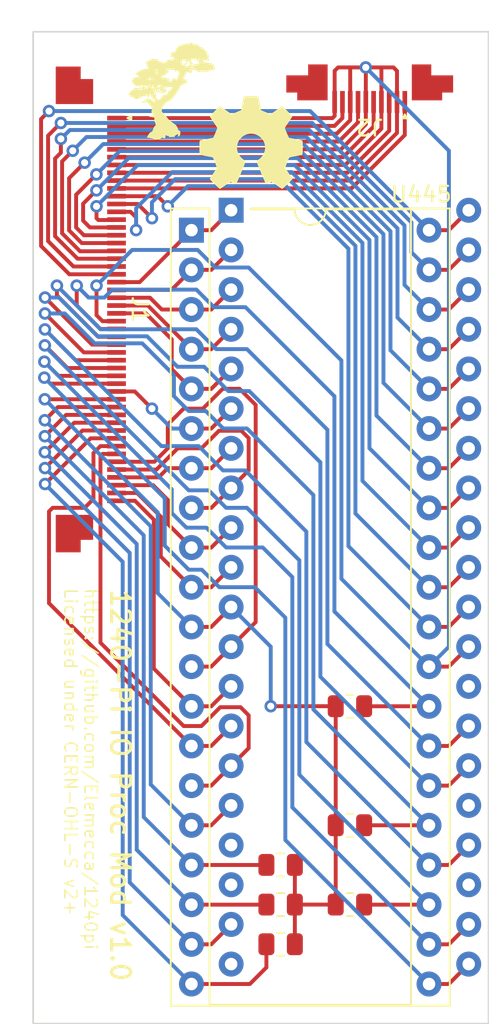
<source format=kicad_pcb>
(kicad_pcb (version 20211014) (generator pcbnew)
  (title_block (title "1240-Pi I/O Processor Mod") (date "2022-05-21") (rev "1.0") (company "© 2022 Sam Hanes, licensed under CERN-OHL-S v2+") (comment 1 "https://github.com/Elemecca/1240pi"))
  (layers (0 "F.Cu" signal "Front") (31 "B.Cu" signal "Back") (34 "B.Paste" user) (35 "F.Paste" user) (36 "B.SilkS" user "B.Silkscreen") (37 "F.SilkS" user "F.Silkscreen") (38 "B.Mask" user) (39 "F.Mask" user) (44 "Edge.Cuts" user))
  (net 0 "")
  (net 1 "GND")
  (net 2 "+5V")
  (net 3 "/A11")
  (net 4 "/A10")
  (net 5 "/A12")
  (net 6 "/A9")
  (net 7 "/A13")
  (net 8 "/A8")
  (net 9 "/A14")
  (net 10 "/A7")
  (net 11 "/A15")
  (net 12 "/A6")
  (net 13 "/D4")
  (net 14 "/A5")
  (net 15 "/D3")
  (net 16 "/A4")
  (net 17 "/D5")
  (net 18 "/A3")
  (net 19 "/D6")
  (net 20 "/A2")
  (net 21 "/D2")
  (net 22 "/A1")
  (net 23 "/D7")
  (net 24 "/A0")
  (net 25 "/D0")
  (net 26 "/~{RESET}")
  (net 27 "/D1")
  (net 28 "/~{WAIT}")
  (net 29 "/~{INT}")
  (net 30 "/~{WR}")
  (net 31 "/~{MREQ}")
  (net 32 "/~{RD}")
  (net 33 "/~{VDRIVE}")
  (net 34 "/~{CLK}")
  (net 35 "/~{NMI}")
  (net 36 "/~{HALT}")
  (net 37 "/~{IORQ}")
  (net 38 "/~{BUSACK}")
  (net 39 "/~{BUSRQ}")
  (net 40 "/~{M1}")
  (net 41 "/~{RFSH}")
  (net 42 "/~{HDRIVE}")
  (net 43 "/VIDEO")
  (net 44 "/PIX_CLK")
  (net 45 "/~{EXT_EN}")
  (footprint "Resistor_SMD:R_0805_2012Metric" (layer "F.Cu") (at 150.495 99.06)
    (fp_text reference "R4" hide)
    (fp_text value "10k" hide)
  )
  (footprint "Package_DIP:DIP-40_W15.24mm_Socket" (layer "F.Cu") (at 144.775 53.345)
    (fp_text reference "U445")
    (fp_text value "Z80" hide)
  )
  (footprint "Package_DIP:DIP-40_W15.24mm" (layer "F.Cu") (at 147.319996 52.07)
    (fp_text reference "P445" hide)
    (fp_text value "Header" hide)
  )
  (footprint "Resistor_SMD:R_0805_2012Metric" (layer "F.Cu") (at 154.94 91.44 180)
    (fp_text reference "R5" hide)
    (fp_text value "10k" hide)
  )
  (footprint "0Local:Symbol_Bonsai_6.7mm" (layer "F.Cu") (at 143.51 44.45)
    (fp_text reference "G***" hide)
    (fp_text value "LOGO" hide)
  )
  (footprint "Resistor_SMD:R_0805_2012Metric" (layer "F.Cu") (at 150.495 93.98)
    (fp_text reference "R1" hide)
    (fp_text value "10k" hide)
  )
  (footprint "Symbol:OSHW-Symbol_6.7x6mm_SilkScreen" (layer "F.Cu") (at 148.59 47.752)
    (fp_text reference "REF**" hide)
    (fp_text value "OSHW-Symbol_6.7x6mm_SilkScreen" hide)
  )
  (footprint "Resistor_SMD:R_0805_2012Metric" (layer "F.Cu") (at 150.495 96.52)
    (fp_text reference "R3" hide)
    (fp_text value "10k" hide)
  )
  (footprint "Resistor_SMD:R_0805_2012Metric" (layer "F.Cu") (at 154.94 96.52 180)
    (fp_text reference "R6" hide)
    (fp_text value "10k" hide)
  )
  (footprint "Resistor_SMD:R_0805_2012Metric" (layer "F.Cu") (at 154.94 83.82 180)
    (fp_text reference "R2" hide)
    (fp_text value "10k" hide)
  )
  (footprint "0Local:Amphenol_SFV10R-1ST" (layer "F.Cu") (at 156.21 43.434 180)
    (fp_text reference "J2")
    (fp_text value "SFV10R-1ST")
  )
  (footprint "0Local:Amphenol_62684-50210" (layer "F.Cu") (at 137.668 58.42 -90)
    (fp_text reference "J1")
    (fp_text value "62684-50210")
  )
  (gr_rect (start 134.62 40.64) (end 163.83 104.14) (layer "Edge.Cuts") (width 0.1) (fill none))
  (gr_text "1240-Pi IO Proc Mod v${REVISION}" (at 140.208 76.2 270) (layer "F.SilkS") (effects (font (size 1.2192 1.2192) (thickness 0.2032)) (justify left)))
  (gr_text "https://github.com/Elemecca/1240pi\nLicensed under CERN-OHL-S v2+" (at 137.668 76.2 -90) (layer "F.SilkS") (effects (font (size 0.8 0.8) (thickness 0.1)) (justify left)))
  (segment (start 154.363665 48.17) (end 139.968 48.17) (width 0.25) (layer "F.Cu") (net 1))
  (segment (start 157.96 47.116533) (end 154.906533 50.17) (width 0.25) (layer "F.Cu") (net 1))
  (segment (start 155.96 45.134) (end 155.96 46.573665) (width 0.25) (layer "F.Cu") (net 1))
  (segment (start 157.734 42.926) (end 156.96 42.926) (width 0.25) (layer "F.Cu") (net 1))
  (segment (start 153.96 45.134) (end 153.96 46.030793) (width 0.25) (layer "F.Cu") (net 1))
  (segment (start 156.96 45.134) (end 156.96 46.845099) (width 0.25) (layer "F.Cu") (net 1))
  (segment (start 154.96 42.946) (end 154.94 42.926) (width 0.25) (layer "F.Cu") (net 1))
  (segment (start 156.96 45.134) (end 156.96 42.926) (width 0.25) (layer "F.Cu") (net 1))
  (segment (start 153.96 45.134) (end 153.96 43.144) (width 0.25) (layer "F.Cu") (net 1))
  (segment (start 154.635099 49.17) (end 139.968 49.17) (width 0.25) (layer "F.Cu") (net 1))
  (segment (start 154.906533 50.17) (end 139.968 50.17) (width 0.25) (layer "F.Cu") (net 1))
  (segment (start 160.015 81.285) (end 161.284996 81.285) (width 0.25) (layer "F.Cu") (net 1))
  (segment (start 155.96 45.134) (end 155.96 42.93) (width 0.25) (layer "F.Cu") (net 1))
  (segment (start 139.068978 59.17) (end 139.968 59.17) (width 0.25) (layer "F.Cu") (net 1))
  (segment (start 156.96 42.926) (end 155.956 42.926) (width 0.25) (layer "F.Cu") (net 1))
  (segment (start 161.284996 81.285) (end 162.559996 80.01) (width 0.25) (layer "F.Cu") (net 1))
  (segment (start 139.968 47.17) (end 154.092229 47.17) (width 0.25) (layer "F.Cu") (net 1))
  (segment (start 155.96 46.573665) (end 154.363665 48.17) (width 0.25) (layer "F.Cu") (net 1))
  (segment (start 153.96 43.144) (end 154.178 42.926) (width 0.25) (layer "F.Cu") (net 1))
  (segment (start 157.96 43.152) (end 157.734 42.926) (width 0.25) (layer "F.Cu") (net 1))
  (segment (start 154.96 46.302229) (end 154.96 45.134) (width 0.25) (layer "F.Cu") (net 1))
  (segment (start 138.684 56.896) (end 138.684 58.785022) (width 0.25) (layer "F.Cu") (net 1))
  (segment (start 153.820793 46.17) (end 139.968 46.17) (width 0.25) (layer "F.Cu") (net 1))
  (segment (start 156.96 46.845099) (end 154.635099 49.17) (width 0.25) (layer "F.Cu") (net 1))
  (segment (start 157.96 45.134) (end 157.96 47.116533) (width 0.25) (layer "F.Cu") (net 1))
  (segment (start 157.96 45.134) (end 157.96 43.152) (width 0.25) (layer "F.Cu") (net 1))
  (segment (start 154.96 45.134) (end 154.96 42.946) (width 0.25) (layer "F.Cu") (net 1))
  (segment (start 138.684 58.785022) (end 139.068978 59.17) (width 0.25) (layer "F.Cu") (net 1))
  (segment (start 155.96 42.93) (end 155.956 42.926) (width 0.25) (layer "F.Cu") (net 1))
  (segment (start 153.96 46.030793) (end 153.820793 46.17) (width 0.25) (layer "F.Cu") (net 1))
  (segment (start 154.092229 47.17) (end 154.96 46.302229) (width 0.25) (layer "F.Cu") (net 1))
  (segment (start 154.178 42.926) (end 154.94 42.926) (width 0.25) (layer "F.Cu") (net 1))
  (segment (start 154.94 42.926) (end 155.956 42.926) (width 0.25) (layer "F.Cu") (net 1))
  (via (at 138.684 56.896) (size 0.8) (drill 0.45) (layers "F.Cu" "B.Cu") (net 1))
  (via (at 155.956 42.926) (size 0.8) (drill 0.45) (layers "F.Cu" "B.Cu") (net 1))
  (segment (start 154.395289 75.665289) (end 154.395289 61.685289) (width 0.25) (layer "B.Cu") (net 1))
  (segment (start 161.29 48.26) (end 161.29 80.01) (width 0.25) (layer "B.Cu") (net 1))
  (segment (start 148.444511 55.734511) (end 146.299 55.734511) (width 0.25) (layer "B.Cu") (net 1))
  (segment (start 146.299 55.734511) (end 145.174489 54.61) (width 0.25) (layer "B.Cu") (net 1))
  (segment (start 155.956 42.926) (end 161.29 48.26) (width 0.25) (layer "B.Cu") (net 1))
  (segment (start 140.97 54.61) (end 138.684 56.896) (width 0.25) (layer "B.Cu") (net 1))
  (segment (start 154.395289 61.685289) (end 148.444511 55.734511) (width 0.25) (layer "B.Cu") (net 1))
  (segment (start 161.29 80.01) (end 160.015 81.285) (width 0.25) (layer "B.Cu") (net 1))
  (segment (start 145.174489 54.61) (end 140.97 54.61) (width 0.25) (layer "B.Cu") (net 1))
  (segment (start 160.015 81.285) (end 154.395289 75.665289) (width 0.25) (layer "B.Cu") (net 1))
  (segment (start 154.0275 96.52) (end 154.0275 91.44) (width 0.25) (layer "F.Cu") (net 2))
  (segment (start 154.0275 91.44) (end 154.0275 83.82) (width 0.25) (layer "F.Cu") (net 2))
  (segment (start 151.4075 96.52) (end 154.0275 96.52) (width 0.25) (layer "F.Cu") (net 2))
  (segment (start 154.0275 83.82) (end 149.86 83.82) (width 0.25) (layer "F.Cu") (net 2))
  (segment (start 151.4075 99.06) (end 151.4075 93.98) (width 0.25) (layer "F.Cu") (net 2))
  (segment (start 146.044996 78.745) (end 147.319996 77.47) (width 0.25) (layer "F.Cu") (net 2))
  (segment (start 135.364169 64.170001) (end 139.968 64.17) (width 0.25) (layer "F.Cu") (net 2))
  (segment (start 144.775 78.745) (end 146.044996 78.745) (width 0.25) (layer "F.Cu") (net 2))
  (via (at 149.86 83.82) (size 0.8) (drill 0.45) (layers "F.Cu" "B.Cu") (net 2))
  (via (at 135.364169 64.170001) (size 0.8) (drill 0.45) (layers "F.Cu" "B.Cu") (net 2))
  (segment (start 135.364169 64.170001) (end 142.61096 71.416792) (width 0.25) (layer "B.Cu") (net 2))
  (segment (start 147.319996 77.47) (end 149.86 80.010004) (width 0.25) (layer "B.Cu") (net 2))
  (segment (start 142.61096 71.416792) (end 142.61096 76.58096) (width 0.25) (layer "B.Cu") (net 2))
  (segment (start 142.61096 76.58096) (end 144.775 78.745) (width 0.25) (layer "B.Cu") (net 2))
  (segment (start 149.86 80.010004) (end 149.86 83.82) (width 0.25) (layer "B.Cu") (net 2))
  (segment (start 146.044996 53.345) (end 147.319996 52.07) (width 0.25) (layer "F.Cu") (net 3))
  (segment (start 139.968 56.67) (end 141.45 56.67) (width 0.25) (layer "F.Cu") (net 3))
  (segment (start 144.775 53.345) (end 146.044996 53.345) (width 0.25) (layer "F.Cu") (net 3))
  (segment (start 141.45 56.67) (end 144.775 53.345) (width 0.25) (layer "F.Cu") (net 3))
  (segment (start 161.284996 53.345) (end 162.559996 52.07) (width 0.25) (layer "F.Cu") (net 4))
  (segment (start 135.128 54.356) (end 136.942 56.17) (width 0.25) (layer "F.Cu") (net 4))
  (segment (start 135.128 46.228) (end 135.128 54.356) (width 0.25) (layer "F.Cu") (net 4))
  (segment (start 135.636 45.72) (end 135.128 46.228) (width 0.25) (layer "F.Cu") (net 4))
  (segment (start 160.015 53.345) (end 161.284996 53.345) (width 0.25) (layer "F.Cu") (net 4))
  (segment (start 136.942 56.17) (end 139.968 56.17) (width 0.25) (layer "F.Cu") (net 4))
  (via (at 135.636 45.72) (size 0.8) (drill 0.45) (layers "F.Cu" "B.Cu") (net 4))
  (segment (start 135.636 45.72) (end 152.39 45.72) (width 0.25) (layer "B.Cu") (net 4))
  (segment (start 152.39 45.72) (end 160.015 53.345) (width 0.25) (layer "B.Cu") (net 4))
  (segment (start 146.044996 55.885) (end 147.319996 54.61) (width 0.25) (layer "F.Cu") (net 5))
  (segment (start 139.968 57.17) (end 143.49 57.17) (width 0.25) (layer "F.Cu") (net 5))
  (segment (start 143.49 57.17) (end 144.775 55.885) (width 0.25) (layer "F.Cu") (net 5))
  (segment (start 144.775 55.885) (end 146.044996 55.885) (width 0.25) (layer "F.Cu") (net 5))
  (segment (start 136.389386 46.482) (end 135.57752 47.293866) (width 0.25) (layer "F.Cu") (net 6))
  (segment (start 135.57752 47.293866) (end 135.57752 54.04352) (width 0.25) (layer "F.Cu") (net 6))
  (segment (start 137.204 55.67) (end 139.968 55.67) (width 0.25) (layer "F.Cu") (net 6))
  (segment (start 160.015 55.885) (end 161.284996 55.885) (width 0.25) (layer "F.Cu") (net 6))
  (segment (start 136.398 46.482) (end 136.389386 46.482) (width 0.25) (layer "F.Cu") (net 6))
  (segment (start 135.57752 54.04352) (end 137.204 55.67) (width 0.25) (layer "F.Cu") (net 6))
  (segment (start 161.284996 55.885) (end 162.559996 54.61) (width 0.25) (layer "F.Cu") (net 6))
  (via (at 136.398 46.482) (size 0.8) (drill 0.45) (layers "F.Cu" "B.Cu") (net 6))
  (segment (start 136.398 46.482) (end 152.516282 46.482) (width 0.25) (layer "B.Cu") (net 6))
  (segment (start 158.890489 54.760489) (end 160.015 55.885) (width 0.25) (layer "B.Cu") (net 6))
  (segment (start 152.516282 46.482) (end 158.890489 52.856207) (width 0.25) (layer "B.Cu") (net 6))
  (segment (start 158.890489 52.856207) (end 158.890489 54.760489) (width 0.25) (layer "B.Cu") (net 6))
  (segment (start 142.870718 58.425) (end 144.775 58.425) (width 0.25) (layer "F.Cu") (net 7))
  (segment (start 144.775 58.425) (end 146.044996 58.425) (width 0.25) (layer "F.Cu") (net 7))
  (segment (start 142.115718 57.67) (end 142.870718 58.425) (width 0.25) (layer "F.Cu") (net 7))
  (segment (start 139.968 57.67) (end 142.115718 57.67) (width 0.25) (layer "F.Cu") (net 7))
  (segment (start 146.044996 58.425) (end 147.319996 57.15) (width 0.25) (layer "F.Cu") (net 7))
  (segment (start 136.02704 48.757243) (end 136.02704 53.73104) (width 0.25) (layer "F.Cu") (net 8))
  (segment (start 136.02704 53.73104) (end 137.466 55.17) (width 0.25) (layer "F.Cu") (net 8))
  (segment (start 161.284996 58.425) (end 162.559996 57.15) (width 0.25) (layer "F.Cu") (net 8))
  (segment (start 136.398 48.386282) (end 136.02704 48.757243) (width 0.25) (layer "F.Cu") (net 8))
  (segment (start 160.015 58.425) (end 161.284996 58.425) (width 0.25) (layer "F.Cu") (net 8))
  (segment (start 136.398 47.498) (end 136.398 48.386282) (width 0.25) (layer "F.Cu") (net 8))
  (segment (start 137.466 55.17) (end 139.968 55.17) (width 0.25) (layer "F.Cu") (net 8))
  (via (at 136.398 47.498) (size 0.8) (drill 0.45) (layers "F.Cu" "B.Cu") (net 8))
  (segment (start 152.330084 46.93152) (end 158.440969 53.042405) (width 0.25) (layer "B.Cu") (net 8))
  (segment (start 158.440969 53.042405) (end 158.440969 56.850969) (width 0.25) (layer "B.Cu") (net 8))
  (segment (start 136.973094 46.93152) (end 152.330084 46.93152) (width 0.25) (layer "B.Cu") (net 8))
  (segment (start 136.698103 47.206511) (end 136.973094 46.93152) (width 0.25) (layer "B.Cu") (net 8))
  (segment (start 158.440969 56.850969) (end 160.015 58.425) (width 0.25) (layer "B.Cu") (net 8))
  (segment (start 136.398 47.498) (end 136.689489 47.206511) (width 0.25) (layer "B.Cu") (net 8))
  (segment (start 136.689489 47.206511) (end 136.698103 47.206511) (width 0.25) (layer "B.Cu") (net 8))
  (segment (start 146.044996 60.965) (end 147.319996 59.69) (width 0.25) (layer "F.Cu") (net 9))
  (segment (start 141.98 58.17) (end 144.775 60.965) (width 0.25) (layer "F.Cu") (net 9))
  (segment (start 144.775 60.965) (end 146.044996 60.965) (width 0.25) (layer "F.Cu") (net 9))
  (segment (start 139.968 58.17) (end 141.98 58.17) (width 0.25) (layer "F.Cu") (net 9))
  (segment (start 136.47656 53.544842) (end 137.627207 54.695489) (width 0.25) (layer "F.Cu") (net 10))
  (segment (start 160.015 60.965) (end 161.284996 60.965) (width 0.25) (layer "F.Cu") (net 10))
  (segment (start 136.47656 48.94344) (end 136.47656 53.544842) (width 0.25) (layer "F.Cu") (net 10))
  (segment (start 161.284996 60.965) (end 162.559996 59.69) (width 0.25) (layer "F.Cu") (net 10))
  (segment (start 137.627207 54.695489) (end 140.208 54.695489) (width 0.25) (layer "F.Cu") (net 10))
  (segment (start 137.16 48.26) (end 136.47656 48.94344) (width 0.25) (layer "F.Cu") (net 10))
  (via (at 137.16 48.26) (size 0.8) (drill 0.45) (layers "F.Cu" "B.Cu") (net 10))
  (segment (start 138.03896 47.38104) (end 152.143886 47.38104) (width 0.25) (layer "B.Cu") (net 10))
  (segment (start 157.991449 53.228603) (end 157.991449 58.941449) (width 0.25) (layer "B.Cu") (net 10))
  (segment (start 157.991449 58.941449) (end 160.015 60.965) (width 0.25) (layer "B.Cu") (net 10))
  (segment (start 137.16 48.26) (end 138.03896 47.38104) (width 0.25) (layer "B.Cu") (net 10))
  (segment (start 152.143886 47.38104) (end 157.991449 53.228603) (width 0.25) (layer "B.Cu") (net 10))
  (segment (start 146.044996 63.505) (end 147.319996 62.23) (width 0.25) (layer "F.Cu") (net 11))
  (segment (start 143.51 62.24) (end 143.51 60.335718) (width 0.25) (layer "F.Cu") (net 11))
  (segment (start 143.51 60.335718) (end 141.844282 58.67) (width 0.25) (layer "F.Cu") (net 11))
  (segment (start 144.775 63.505) (end 146.044996 63.505) (width 0.25) (layer "F.Cu") (net 11))
  (segment (start 141.844282 58.67) (end 139.968 58.67) (width 0.25) (layer "F.Cu") (net 11))
  (segment (start 144.775 63.505) (end 143.51 62.24) (width 0.25) (layer "F.Cu") (net 11))
  (segment (start 136.92608 50.01792) (end 136.92608 53.358644) (width 0.25) (layer "F.Cu") (net 12))
  (segment (start 161.284996 63.505) (end 162.559996 62.23) (width 0.25) (layer "F.Cu") (net 12))
  (segment (start 160.015 63.505) (end 161.284996 63.505) (width 0.25) (layer "F.Cu") (net 12))
  (segment (start 137.922 49.022) (end 136.92608 50.01792) (width 0.25) (layer "F.Cu") (net 12))
  (segment (start 137.737436 54.17) (end 139.968 54.17) (width 0.25) (layer "F.Cu") (net 12))
  (segment (start 136.92608 53.358644) (end 137.737436 54.17) (width 0.25) (layer "F.Cu") (net 12))
  (via (at 137.922 49.022) (size 0.8) (drill 0.45) (layers "F.Cu" "B.Cu") (net 12))
  (segment (start 157.541929 53.414801) (end 157.541929 61.031929) (width 0.25) (layer "B.Cu") (net 12))
  (segment (start 151.957688 47.83056) (end 157.541929 53.414801) (width 0.25) (layer "B.Cu") (net 12))
  (segment (start 139.11344 47.83056) (end 151.957688 47.83056) (width 0.25) (layer "B.Cu") (net 12))
  (segment (start 137.922 49.022) (end 139.11344 47.83056) (width 0.25) (layer "B.Cu") (net 12))
  (segment (start 157.541929 61.031929) (end 160.015 63.505) (width 0.25) (layer "B.Cu") (net 12))
  (segment (start 144.775 68.585) (end 144.77 68.58) (width 0.25) (layer "F.Cu") (net 13))
  (segment (start 146.044996 68.585) (end 147.319996 67.31) (width 0.25) (layer "F.Cu") (net 13))
  (segment (start 143.256718 68.58) (end 142.666718 69.17) (width 0.25) (layer "F.Cu") (net 13))
  (segment (start 144.775 68.585) (end 146.044996 68.585) (width 0.25) (layer "F.Cu") (net 13))
  (segment (start 142.666718 69.17) (end 139.968 69.17) (width 0.25) (layer "F.Cu") (net 13))
  (segment (start 144.77 68.58) (end 143.256718 68.58) (width 0.25) (layer "F.Cu") (net 13))
  (segment (start 138.675494 49.775347) (end 138.675441 49.775347) (width 0.25) (layer "F.Cu") (net 14))
  (segment (start 137.3756 51.075188) (end 137.3756 53.172446) (width 0.25) (layer "F.Cu") (net 14))
  (segment (start 161.284996 66.045) (end 162.559996 64.77) (width 0.25) (layer "F.Cu") (net 14))
  (segment (start 137.873154 53.67) (end 139.968 53.67) (width 0.25) (layer "F.Cu") (net 14))
  (segment (start 138.675441 49.775347) (end 137.3756 51.075188) (width 0.25) (layer "F.Cu") (net 14))
  (segment (start 160.015 66.045) (end 161.284996 66.045) (width 0.25) (layer "F.Cu") (net 14))
  (segment (start 137.3756 53.172446) (end 137.873154 53.67) (width 0.25) (layer "F.Cu") (net 14))
  (via (at 138.675494 49.775347) (size 0.8) (drill 0.45) (layers "F.Cu" "B.Cu") (net 14))
  (segment (start 157.092409 53.600999) (end 157.092409 63.122409) (width 0.25) (layer "B.Cu") (net 14))
  (segment (start 140.170761 48.28008) (end 151.77149 48.28008) (width 0.25) (layer "B.Cu") (net 14))
  (segment (start 138.675494 49.775347) (end 140.170761 48.28008) (width 0.25) (layer "B.Cu") (net 14))
  (segment (start 157.092409 63.122409) (end 160.015 66.045) (width 0.25) (layer "B.Cu") (net 14))
  (segment (start 151.77149 48.28008) (end 157.092409 53.600999) (width 0.25) (layer "B.Cu") (net 14))
  (segment (start 148.444507 68.725489) (end 148.444507 66.656507) (width 0.25) (layer "F.Cu") (net 15))
  (segment (start 147.319996 69.85) (end 148.444507 68.725489) (width 0.25) (layer "F.Cu") (net 15))
  (segment (start 148.444507 66.656507) (end 147.973489 66.185489) (width 0.25) (layer "F.Cu") (net 15))
  (segment (start 142.531 68.67) (end 139.968 68.67) (width 0.25) (layer "F.Cu") (net 15))
  (segment (start 146.044996 71.125) (end 147.319996 69.85) (width 0.25) (layer "F.Cu") (net 15))
  (segment (start 147.973489 66.185489) (end 146.540225 66.185489) (width 0.25) (layer "F.Cu") (net 15))
  (segment (start 145.415714 67.31) (end 143.891 67.31) (width 0.25) (layer "F.Cu") (net 15))
  (segment (start 144.775 71.125) (end 146.044996 71.125) (width 0.25) (layer "F.Cu") (net 15))
  (segment (start 143.891 67.31) (end 142.531 68.67) (width 0.25) (layer "F.Cu") (net 15))
  (segment (start 146.540225 66.185489) (end 145.415714 67.31) (width 0.25) (layer "F.Cu") (net 15))
  (segment (start 138.26 53.17) (end 139.968 53.17) (width 0.25) (layer "F.Cu") (net 16))
  (segment (start 137.82512 51.650282) (end 137.82512 52.73512) (width 0.25) (layer "F.Cu") (net 16))
  (segment (start 138.679701 50.795701) (end 137.82512 51.650282) (width 0.25) (layer "F.Cu") (net 16))
  (segment (start 160.015 68.585) (end 161.284996 68.585) (width 0.25) (layer "F.Cu") (net 16))
  (segment (start 161.284996 68.585) (end 162.559996 67.31) (width 0.25) (layer "F.Cu") (net 16))
  (segment (start 137.82512 52.73512) (end 138.26 53.17) (width 0.25) (layer "F.Cu") (net 16))
  (via (at 138.679701 50.795701) (size 0.8) (drill 0.45) (layers "F.Cu" "B.Cu") (net 16))
  (segment (start 138.975544 50.499858) (end 138.975597 50.499858) (width 0.25) (layer "B.Cu") (net 16))
  (segment (start 151.585292 48.7296) (end 156.642889 53.787197) (width 0.25) (layer "B.Cu") (net 16))
  (segment (start 140.745855 48.7296) (end 151.585292 48.7296) (width 0.25) (layer "B.Cu") (net 16))
  (segment (start 138.975597 50.499858) (end 140.745855 48.7296) (width 0.25) (layer "B.Cu") (net 16))
  (segment (start 138.679701 50.795701) (end 138.975544 50.499858) (width 0.25) (layer "B.Cu") (net 16))
  (segment (start 156.642889 65.212889) (end 160.015 68.585) (width 0.25) (layer "B.Cu") (net 16))
  (segment (start 156.642889 53.787197) (end 156.642889 65.212889) (width 0.25) (layer "B.Cu") (net 16))
  (segment (start 143.256 70.612) (end 142.314 69.67) (width 0.25) (layer "F.Cu") (net 17))
  (segment (start 144.775 73.665) (end 143.256 72.146) (width 0.25) (layer "F.Cu") (net 17))
  (segment (start 142.314 69.67) (end 139.968 69.67) (width 0.25) (layer "F.Cu") (net 17))
  (segment (start 144.775 73.665) (end 146.044996 73.665) (width 0.25) (layer "F.Cu") (net 17))
  (segment (start 143.256 72.146) (end 143.256 70.612) (width 0.25) (layer "F.Cu") (net 17))
  (segment (start 146.044996 73.665) (end 147.319996 72.39) (width 0.25) (layer "F.Cu") (net 17))
  (segment (start 161.284996 71.125) (end 162.559996 69.85) (width 0.25) (layer "F.Cu") (net 18))
  (segment (start 138.801489 52.695489) (end 139.942511 52.695489) (width 0.25) (layer "F.Cu") (net 18))
  (segment (start 138.684 52.578) (end 138.801489 52.695489) (width 0.25) (layer "F.Cu") (net 18))
  (segment (start 138.684 51.816) (end 138.684 52.578) (width 0.25) (layer "F.Cu") (net 18))
  (segment (start 160.015 71.125) (end 161.284996 71.125) (width 0.25) (layer "F.Cu") (net 18))
  (segment (start 139.942511 52.695489) (end 139.968 52.67) (width 0.25) (layer "F.Cu") (net 18))
  (via (at 138.684 51.816) (size 0.8) (drill 0.45) (layers "F.Cu" "B.Cu") (net 18))
  (segment (start 156.193369 53.973395) (end 156.193369 67.303369) (width 0.25) (layer "B.Cu") (net 18))
  (segment (start 138.684 51.816) (end 141.32088 49.17912) (width 0.25) (layer "B.Cu") (net 18))
  (segment (start 156.193369 67.303369) (end 160.015 71.125) (width 0.25) (layer "B.Cu") (net 18))
  (segment (start 151.399094 49.17912) (end 156.193369 53.973395) (width 0.25) (layer "B.Cu") (net 18))
  (segment (start 141.32088 49.17912) (end 151.399094 49.17912) (width 0.25) (layer "B.Cu") (net 18))
  (segment (start 141.29 70.17) (end 139.968 70.17) (width 0.25) (layer "F.Cu") (net 19))
  (segment (start 142.80648 71.68648) (end 141.29 70.17) (width 0.25) (layer "F.Cu") (net 19))
  (segment (start 146.044996 76.205) (end 147.319996 74.93) (width 0.25) (layer "F.Cu") (net 19))
  (segment (start 142.80648 74.23648) (end 142.80648 71.68648) (width 0.25) (layer "F.Cu") (net 19))
  (segment (start 144.775 76.205) (end 146.044996 76.205) (width 0.25) (layer "F.Cu") (net 19))
  (segment (start 144.775 76.205) (end 142.80648 74.23648) (width 0.25) (layer "F.Cu") (net 19))
  (segment (start 160.015 73.665) (end 161.284996 73.665) (width 0.25) (layer "F.Cu") (net 20))
  (segment (start 140.867022 52.17) (end 139.968 52.17) (width 0.25) (layer "F.Cu") (net 20))
  (segment (start 161.284996 73.665) (end 162.559996 72.39) (width 0.25) (layer "F.Cu") (net 20))
  (segment (start 141.224 52.526978) (end 140.867022 52.17) (width 0.25) (layer "F.Cu") (net 20))
  (segment (start 141.224 53.34) (end 141.224 52.526978) (width 0.25) (layer "F.Cu") (net 20))
  (via (at 141.224 53.34) (size 0.8) (drill 0.45) (layers "F.Cu" "B.Cu") (net 20))
  (segment (start 141.224 51.942282) (end 141.224 53.34) (width 0.25) (layer "B.Cu") (net 20))
  (segment (start 160.015 73.665) (end 155.743849 69.393849) (width 0.25) (layer "B.Cu") (net 20))
  (segment (start 143.537642 49.62864) (end 141.224 51.942282) (width 0.25) (layer "B.Cu") (net 20))
  (segment (start 151.212896 49.62864) (end 143.537642 49.62864) (width 0.25) (layer "B.Cu") (net 20))
  (segment (start 155.743849 54.159593) (end 151.212896 49.62864) (width 0.25) (layer "B.Cu") (net 20))
  (segment (start 155.743849 69.393849) (end 155.743849 54.159593) (width 0.25) (layer "B.Cu") (net 20))
  (segment (start 144.272 64.77) (end 143.255641 65.786359) (width 0.25) (layer "F.Cu") (net 21))
  (segment (start 142.395282 68.17) (end 139.968 68.17) (width 0.25) (layer "F.Cu") (net 21))
  (segment (start 143.255641 67.309641) (end 142.395282 68.17) (width 0.25) (layer "F.Cu") (net 21))
  (segment (start 147.319996 80.01) (end 148.894027 78.435969) (width 0.25) (layer "F.Cu") (net 21))
  (segment (start 147.861148 63.5) (end 146.778848 63.5) (width 0.25) (layer "F.Cu") (net 21))
  (segment (start 146.044996 81.285) (end 147.319996 80.01) (width 0.25) (layer "F.Cu") (net 21))
  (segment (start 143.255641 65.786359) (end 143.255641 67.309641) (width 0.25) (layer "F.Cu") (net 21))
  (segment (start 144.775 81.285) (end 146.044996 81.285) (width 0.25) (layer "F.Cu") (net 21))
  (segment (start 148.894027 78.435969) (end 148.894027 64.532879) (width 0.25) (layer "F.Cu") (net 21))
  (segment (start 145.508848 64.77) (end 144.272 64.77) (width 0.25) (layer "F.Cu") (net 21))
  (segment (start 146.778848 63.5) (end 145.508848 64.77) (width 0.25) (layer "F.Cu") (net 21))
  (segment (start 148.894027 64.532879) (end 147.861148 63.5) (width 0.25) (layer "F.Cu") (net 21))
  (segment (start 139.968 51.67) (end 141.332 51.67) (width 0.25) (layer "F.Cu") (net 22))
  (segment (start 141.332 51.67) (end 142.24 52.578) (width 0.25) (layer "F.Cu") (net 22))
  (segment (start 161.284996 76.205) (end 162.559996 74.93) (width 0.25) (layer "F.Cu") (net 22))
  (segment (start 160.015 76.205) (end 161.284996 76.205) (width 0.25) (layer "F.Cu") (net 22))
  (via (at 142.24 52.578) (size 0.8) (drill 0.45) (layers "F.Cu" "B.Cu") (net 22))
  (segment (start 155.294329 54.345791) (end 151.026698 50.07816) (width 0.25) (layer "B.Cu") (net 22))
  (segment (start 143.72384 50.07816) (end 142.24 51.562) (width 0.25) (layer "B.Cu") (net 22))
  (segment (start 142.24 51.562) (end 142.24 52.578) (width 0.25) (layer "B.Cu") (net 22))
  (segment (start 151.026698 50.07816) (end 143.72384 50.07816) (width 0.25) (layer "B.Cu") (net 22))
  (segment (start 160.015 76.205) (end 155.294329 71.484329) (width 0.25) (layer "B.Cu") (net 22))
  (segment (start 155.294329 71.484329) (end 155.294329 54.345791) (width 0.25) (layer "B.Cu") (net 22))
  (segment (start 142.35696 81.40696) (end 142.35696 71.872678) (width 0.25) (layer "F.Cu") (net 23))
  (segment (start 144.775 83.825) (end 146.044996 83.825) (width 0.25) (layer "F.Cu") (net 23))
  (segment (start 144.775 83.825) (end 142.35696 81.40696) (width 0.25) (layer "F.Cu") (net 23))
  (segment (start 142.35696 71.872678) (end 141.154282 70.67) (width 0.25) (layer "F.Cu") (net 23))
  (segment (start 141.154282 70.67) (end 139.968 70.67) (width 0.25) (layer "F.Cu") (net 23))
  (segment (start 146.044996 83.825) (end 147.319996 82.55) (width 0.25) (layer "F.Cu") (net 23))
  (segment (start 160.015 78.745) (end 161.284996 78.745) (width 0.25) (layer "F.Cu") (net 24))
  (segment (start 142.61 51.17) (end 143.256 51.816) (width 0.25) (layer "F.Cu") (net 24))
  (segment (start 161.284996 78.745) (end 162.559996 77.47) (width 0.25) (layer "F.Cu") (net 24))
  (segment (start 139.968 51.17) (end 142.61 51.17) (width 0.25) (layer "F.Cu") (net 24))
  (via (at 143.256 51.816) (size 0.8) (drill 0.45) (layers "F.Cu" "B.Cu") (net 24))
  (segment (start 154.844809 73.574809) (end 154.844809 54.531989) (width 0.25) (layer "B.Cu") (net 24))
  (segment (start 154.844809 54.531989) (end 150.8405 50.52768) (width 0.25) (layer "B.Cu") (net 24))
  (segment (start 144.54432 50.52768) (end 143.256 51.816) (width 0.25) (layer "B.Cu") (net 24))
  (segment (start 150.8405 50.52768) (end 144.54432 50.52768) (width 0.25) (layer "B.Cu") (net 24))
  (segment (start 160.015 78.745) (end 154.844809 73.574809) (width 0.25) (layer "B.Cu") (net 24))
  (segment (start 146.044996 86.365) (end 147.319996 85.09) (width 0.25) (layer "F.Cu") (net 25))
  (segment (start 135.868978 71.12) (end 137.922 71.12) (width 0.25) (layer "F.Cu") (net 25))
  (segment (start 135.636 77.226) (end 135.636 71.352978) (width 0.25) (layer "F.Cu") (net 25))
  (segment (start 137.922 71.12) (end 138.48848 70.55352) (width 0.25) (layer "F.Cu") (net 25))
  (segment (start 144.775 86.365) (end 146.044996 86.365) (width 0.25) (layer "F.Cu") (net 25))
  (segment (start 144.775 86.365) (end 135.636 77.226) (width 0.25) (layer "F.Cu") (net 25))
  (segment (start 138.93326 67.17) (end 139.968 67.17) (width 0.25) (layer "F.Cu") (net 25))
  (segment (start 135.636 71.352978) (end 135.868978 71.12) (width 0.25) (layer "F.Cu") (net 25))
  (segment (start 138.48848 67.61478) (end 138.93326 67.17) (width 0.25) (layer "F.Cu") (net 25))
  (segment (start 138.48848 70.55352) (end 138.48848 67.61478) (width 0.25) (layer "F.Cu") (net 25))
  (segment (start 138.394 60.67) (end 135.382 57.658) (width 0.25) (layer "F.Cu") (net 26))
  (segment (start 160.015 88.905) (end 161.284996 88.905) (width 0.25) (layer "F.Cu") (net 26))
  (segment (start 139.968 60.67) (end 138.394 60.67) (width 0.25) (layer "F.Cu") (net 26))
  (segment (start 161.284996 88.905) (end 162.559996 87.63) (width 0.25) (layer "F.Cu") (net 26))
  (via (at 135.382 57.658) (size 0.8) (drill 0.45) (layers "F.Cu" "B.Cu") (net 26))
  (segment (start 145.589207 62.089511) (end 147.145185 63.645489) (width 0.25) (layer "B.Cu") (net 26))
  (segment (start 141.92752 60.13952) (end 143.877511 62.089511) (width 0.25) (layer "B.Cu") (net 26))
  (segment (start 153.046729 81.936729) (end 160.015 88.905) (width 0.25) (layer "B.Cu") (net 26))
  (segment (start 143.877511 62.089511) (end 145.589207 62.089511) (width 0.25) (layer "B.Cu") (net 26))
  (segment (start 136.270282 57.658) (end 138.751802 60.13952) (width 0.25) (layer "B.Cu") (net 26))
  (segment (start 147.145185 63.645489) (end 148.481489 63.645489) (width 0.25) (layer "B.Cu") (net 26))
  (segment (start 135.382 57.658) (end 136.270282 57.658) (width 0.25) (layer "B.Cu") (net 26))
  (segment (start 148.481489 63.645489) (end 153.046729 68.210729) (width 0.25) (layer "B.Cu") (net 26))
  (segment (start 153.046729 68.210729) (end 153.046729 81.936729) (width 0.25) (layer "B.Cu") (net 26))
  (segment (start 138.751802 60.13952) (end 141.92752 60.13952) (width 0.25) (layer "B.Cu") (net 26))
  (segment (start 139.068978 67.67) (end 139.968 67.67) (width 0.25) (layer "F.Cu") (net 27))
  (segment (start 144.775 88.905) (end 146.044996 88.905) (width 0.25) (layer "F.Cu") (net 27))
  (segment (start 145.415714 85.09) (end 144.272 85.09) (width 0.25) (layer "F.Cu") (net 27))
  (segment (start 146.044996 88.905) (end 147.319996 87.63) (width 0.25) (layer "F.Cu") (net 27))
  (segment (start 147.319996 87.63) (end 148.444507 86.505489) (width 0.25) (layer "F.Cu") (net 27))
  (segment (start 146.621857 83.883857) (end 145.415714 85.09) (width 0.25) (layer "F.Cu") (net 27))
  (segment (start 138.938 79.756) (end 138.938 67.800978) (width 0.25) (layer "F.Cu") (net 27))
  (segment (start 148.444507 84.403359) (end 147.925005 83.883857) (width 0.25) (layer "F.Cu") (net 27))
  (segment (start 138.938 67.800978) (end 139.068978 67.67) (width 0.25) (layer "F.Cu") (net 27))
  (segment (start 148.444507 86.505489) (end 148.444507 84.403359) (width 0.25) (layer "F.Cu") (net 27))
  (segment (start 147.925005 83.883857) (end 146.621857 83.883857) (width 0.25) (layer "F.Cu") (net 27))
  (segment (start 144.272 85.09) (end 138.938 79.756) (width 0.25) (layer "F.Cu") (net 27))
  (segment (start 139.968 61.67) (end 137.344804 61.67) (width 0.25) (layer "F.Cu") (net 28))
  (segment (start 137.344804 61.67) (end 135.373402 59.698598) (width 0.25) (layer "F.Cu") (net 28))
  (segment (start 160.015 93.985) (end 161.284996 93.985) (width 0.25) (layer "F.Cu") (net 28))
  (segment (start 161.284996 93.985) (end 162.559996 92.71) (width 0.25) (layer "F.Cu") (net 28))
  (via (at 135.373402 59.698598) (size 0.8) (drill 0.45) (layers "F.Cu" "B.Cu") (net 28))
  (segment (start 142.844315 67.169511) (end 145.240789 67.169511) (width 0.25) (layer "B.Cu") (net 28))
  (segment (start 146.796767 68.725489) (end 148.227489 68.725489) (width 0.25) (layer "B.Cu") (net 28))
  (segment (start 145.240789 67.169511) (end 146.796767 68.725489) (width 0.25) (layer "B.Cu") (net 28))
  (segment (start 152.146 72.644) (end 152.146 86.116) (width 0.25) (layer "B.Cu") (net 28))
  (segment (start 152.146 86.116) (end 160.015 93.985) (width 0.25) (layer "B.Cu") (net 28))
  (segment (start 148.227489 68.725489) (end 152.146 72.644) (width 0.25) (layer "B.Cu") (net 28))
  (segment (start 135.373402 59.698598) (end 142.844315 67.169511) (width 0.25) (layer "B.Cu") (net 28))
  (segment (start 144.775 91.445) (end 146.044996 91.445) (width 0.25) (layer "F.Cu") (net 29))
  (segment (start 146.044996 91.445) (end 147.319996 90.17) (width 0.25) (layer "F.Cu") (net 29))
  (segment (start 135.366243 65.513363) (end 136.209606 64.67) (width 0.25) (layer "F.Cu") (net 29))
  (segment (start 136.209606 64.67) (end 139.968 64.67) (width 0.25) (layer "F.Cu") (net 29))
  (via (at 135.366243 65.513363) (size 0.8) (drill 0.45) (layers "F.Cu" "B.Cu") (net 29))
  (segment (start 135.366243 65.513363) (end 135.663471 65.810591) (width 0.25) (layer "B.Cu") (net 29))
  (segment (start 142.16144 72.302826) (end 142.16144 88.83144) (width 0.25) (layer "B.Cu") (net 29))
  (segment (start 142.16144 88.83144) (end 144.775 91.445) (width 0.25) (layer "B.Cu") (net 29))
  (segment (start 135.663471 65.810591) (end 135.669205 65.810591) (width 0.25) (layer "B.Cu") (net 29))
  (segment (start 135.669205 65.810591) (end 142.16144 72.302826) (width 0.25) (layer "B.Cu") (net 29))
  (segment (start 139.968 62.67) (end 136.245102 62.67) (width 0.25) (layer "F.Cu") (net 30))
  (segment (start 161.284996 99.065) (end 162.559996 97.79) (width 0.25) (layer "F.Cu") (net 30))
  (segment (start 160.015 99.065) (end 161.284996 99.065) (width 0.25) (layer "F.Cu") (net 30))
  (segment (start 136.245102 62.67) (end 135.339551 61.764449) (width 0.25) (layer "F.Cu") (net 30))
  (via (at 135.339551 61.764449) (size 0.8) (drill 0.45) (layers "F.Cu" "B.Cu") (net 30))
  (segment (start 146.999696 73.66) (end 149.352 73.66) (width 0.25) (layer "B.Cu") (net 30))
  (segment (start 143.51 69.934898) (end 143.51 71.4503) (width 0.25) (layer "B.Cu") (net 30))
  (segment (start 135.339551 61.764449) (end 143.51 69.934898) (width 0.25) (layer "B.Cu") (net 30))
  (segment (start 144.4497 72.39) (end 145.729696 72.39) (width 0.25) (layer "B.Cu") (net 30))
  (segment (start 145.729696 72.39) (end 146.999696 73.66) (width 0.25) (layer "B.Cu") (net 30))
  (segment (start 149.352 73.66) (end 151.24696 75.55496) (width 0.25) (layer "B.Cu") (net 30))
  (segment (start 143.51 71.4503) (end 144.4497 72.39) (width 0.25) (layer "B.Cu") (net 30))
  (segment (start 151.24696 75.55496) (end 151.24696 90.29696) (width 0.25) (layer "B.Cu") (net 30))
  (segment (start 151.24696 90.29696) (end 160.015 99.065) (width 0.25) (layer "B.Cu") (net 30))
  (segment (start 146.044996 99.065) (end 147.319996 97.79) (width 0.25) (layer "F.Cu") (net 31))
  (segment (start 135.377701 68.575701) (end 137.783402 66.17) (width 0.25) (layer "F.Cu") (net 31))
  (segment (start 144.775 99.065) (end 146.044996 99.065) (width 0.25) (layer "F.Cu") (net 31))
  (segment (start 137.783402 66.17) (end 139.968 66.17) (width 0.25) (layer "F.Cu") (net 31))
  (via (at 135.377701 68.575701) (size 0.8) (drill 0.45) (layers "F.Cu" "B.Cu") (net 31))
  (segment (start 140.81288 74.002266) (end 140.81288 95.10288) (width 0.25) (layer "B.Cu") (net 31))
  (segment (start 140.81288 95.10288) (end 144.775 99.065) (width 0.25) (layer "B.Cu") (net 31))
  (segment (start 135.377701 68.575701) (end 135.673489 68.871489) (width 0.25) (layer "B.Cu") (net 31))
  (segment (start 135.673489 68.871489) (end 135.682103 68.871489) (width 0.25) (layer "B.Cu") (net 31))
  (segment (start 135.682103 68.871489) (end 140.81288 74.002266) (width 0.25) (layer "B.Cu") (net 31))
  (segment (start 135.720504 63.17) (end 139.968 63.17) (width 0.25) (layer "F.Cu") (net 32))
  (segment (start 161.284996 101.605) (end 162.559996 100.33) (width 0.25) (layer "F.Cu") (net 32))
  (segment (start 135.335252 62.784748) (end 135.720504 63.17) (width 0.25) (layer "F.Cu") (net 32))
  (segment (start 160.015 101.605) (end 161.284996 101.605) (width 0.25) (layer "F.Cu") (net 32))
  (via (at 135.335252 62.784748) (size 0.8) (drill 0.45) (layers "F.Cu" "B.Cu") (net 32))
  (segment (start 146.558 76.2) (end 148.844 76.2) (width 0.25) (layer "B.Cu") (net 32))
  (segment (start 150.79744 92.38744) (end 160.015 101.605) (width 0.25) (layer "B.Cu") (net 32))
  (segment (start 150.79744 78.15344) (end 150.79744 92.38744) (width 0.25) (layer "B.Cu") (net 32))
  (segment (start 148.844 76.2) (end 150.79744 78.15344) (width 0.25) (layer "B.Cu") (net 32))
  (segment (start 144.600189 75.080489) (end 145.438489 75.080489) (width 0.25) (layer "B.Cu") (net 32))
  (segment (start 135.335252 62.784748) (end 143.06048 70.509976) (width 0.25) (layer "B.Cu") (net 32))
  (segment (start 145.438489 75.080489) (end 146.558 76.2) (width 0.25) (layer "B.Cu") (net 32))
  (segment (start 143.06048 73.54078) (end 144.600189 75.080489) (width 0.25) (layer "B.Cu") (net 32))
  (segment (start 143.06048 70.509976) (end 143.06048 73.54078) (width 0.25) (layer "B.Cu") (net 32))
  (segment (start 154.46 45.134) (end 154.46 46.166511) (width 0.25) (layer "F.Cu") (net 33))
  (segment (start 153.956511 46.67) (end 139.968 46.67) (width 0.25) (layer "F.Cu") (net 33))
  (segment (start 154.46 46.166511) (end 153.956511 46.67) (width 0.25) (layer "F.Cu") (net 33))
  (segment (start 142.24 64.77) (end 141.14 63.67) (width 0.25) (layer "F.Cu") (net 34))
  (segment (start 144.775 66.045) (end 146.044996 66.045) (width 0.25) (layer "F.Cu") (net 34))
  (segment (start 146.044996 66.045) (end 147.319996 64.77) (width 0.25) (layer "F.Cu") (net 34))
  (segment (start 141.14 63.67) (end 139.968 63.67) (width 0.25) (layer "F.Cu") (net 34))
  (via (at 142.24 64.77) (size 0.8) (drill 0.45) (layers "F.Cu" "B.Cu") (net 34))
  (segment (start 144.775 66.045) (end 143.515 66.045) (width 0.25) (layer "B.Cu") (net 34))
  (segment (start 143.515 66.045) (end 142.24 64.77) (width 0.25) (layer "B.Cu") (net 34))
  (segment (start 135.369102 66.535102) (end 136.734204 65.17) (width 0.25) (layer "F.Cu") (net 35))
  (segment (start 149.5775 93.985) (end 149.5825 93.98) (width 0.25) (layer "F.Cu") (net 35))
  (segment (start 144.775 93.985) (end 149.5775 93.985) (width 0.25) (layer "F.Cu") (net 35))
  (segment (start 136.734204 65.17) (end 139.968 65.17) (width 0.25) (layer "F.Cu") (net 35))
  (via (at 135.369102 66.535102) (size 0.8) (drill 0.45) (layers "F.Cu" "B.Cu") (net 35))
  (segment (start 135.369102 66.535102) (end 141.71192 72.87792) (width 0.25) (layer "B.Cu") (net 35))
  (segment (start 141.71192 90.92192) (end 144.775 93.985) (width 0.25) (layer "B.Cu") (net 35))
  (segment (start 141.71192 72.87792) (end 141.71192 90.92192) (width 0.25) (layer "B.Cu") (net 35))
  (segment (start 149.5775 96.525) (end 149.5825 96.52) (width 0.25) (layer "F.Cu") (net 36))
  (segment (start 135.36798 67.560823) (end 137.258803 65.67) (width 0.25) (layer "F.Cu") (net 36))
  (segment (start 144.775 96.525) (end 149.5775 96.525) (width 0.25) (layer "F.Cu") (net 36))
  (segment (start 137.258803 65.67) (end 139.968 65.67) (width 0.25) (layer "F.Cu") (net 36))
  (via (at 135.36798 67.560823) (size 0.8) (drill 0.45) (layers "F.Cu" "B.Cu") (net 36))
  (segment (start 135.677804 67.85119) (end 141.2624 73.435786) (width 0.25) (layer "B.Cu") (net 36))
  (segment (start 135.36798 67.560823) (end 135.658347 67.85119) (width 0.25) (layer "B.Cu") (net 36))
  (segment (start 135.658347 67.85119) (end 135.677804 67.85119) (width 0.25) (layer "B.Cu") (net 36))
  (segment (start 141.2624 73.435786) (end 141.2624 93.0124) (width 0.25) (layer "B.Cu") (net 36))
  (segment (start 141.2624 93.0124) (end 144.775 96.525) (width 0.25) (layer "B.Cu") (net 36))
  (segment (start 139.968 66.67) (end 138.308 66.67) (width 0.25) (layer "F.Cu") (net 37))
  (segment (start 144.775 101.605) (end 148.5215 101.605) (width 0.25) (layer "F.Cu") (net 37))
  (segment (start 138.308 66.67) (end 135.382 69.596) (width 0.25) (layer "F.Cu") (net 37))
  (segment (start 148.5215 101.605) (end 149.5825 100.544) (width 0.25) (layer "F.Cu") (net 37))
  (segment (start 149.5825 100.544) (end 149.5825 99.06) (width 0.25) (layer "F.Cu") (net 37))
  (via (at 135.382 69.596) (size 0.8) (drill 0.45) (layers "F.Cu" "B.Cu") (net 37))
  (segment (start 135.382 69.596) (end 140.36336 74.57736) (width 0.25) (layer "B.Cu") (net 37))
  (segment (start 140.36336 97.19336) (end 144.775 101.605) (width 0.25) (layer "B.Cu") (net 37))
  (segment (start 140.36336 74.57736) (end 140.36336 97.19336) (width 0.25) (layer "B.Cu") (net 37))
  (segment (start 155.8525 96.52) (end 155.8575 96.525) (width 0.25) (layer "F.Cu") (net 38))
  (segment (start 155.8575 96.525) (end 160.015 96.525) (width 0.25) (layer "F.Cu") (net 38))
  (segment (start 136.820206 62.17) (end 135.369103 60.718897) (width 0.25) (layer "F.Cu") (net 38))
  (segment (start 139.968 62.17) (end 136.820206 62.17) (width 0.25) (layer "F.Cu") (net 38))
  (via (at 135.369103 60.718897) (size 0.8) (drill 0.45) (layers "F.Cu" "B.Cu") (net 38))
  (segment (start 151.69648 74.48048) (end 151.69648 88.20648) (width 0.25) (layer "B.Cu") (net 38))
  (segment (start 145.880185 70.000489) (end 146.999696 71.12) (width 0.25) (layer "B.Cu") (net 38))
  (segment (start 146.999696 71.12) (end 148.336 71.12) (width 0.25) (layer "B.Cu") (net 38))
  (segment (start 135.369103 60.718897) (end 135.369103 60.769403) (width 0.25) (layer "B.Cu") (net 38))
  (segment (start 135.369103 60.769403) (end 144.600189 70.000489) (width 0.25) (layer "B.Cu") (net 38))
  (segment (start 144.600189 70.000489) (end 145.880185 70.000489) (width 0.25) (layer "B.Cu") (net 38))
  (segment (start 151.69648 88.20648) (end 160.015 96.525) (width 0.25) (layer "B.Cu") (net 38))
  (segment (start 148.336 71.12) (end 151.69648 74.48048) (width 0.25) (layer "B.Cu") (net 38))
  (segment (start 155.8525 91.44) (end 155.8575 91.445) (width 0.25) (layer "F.Cu") (net 39))
  (segment (start 139.968 61.17) (end 137.869402 61.17) (width 0.25) (layer "F.Cu") (net 39))
  (segment (start 155.8575 91.445) (end 160.015 91.445) (width 0.25) (layer "F.Cu") (net 39))
  (segment (start 137.869402 61.17) (end 135.377701 58.678299) (width 0.25) (layer "F.Cu") (net 39))
  (via (at 135.377701 58.678299) (size 0.8) (drill 0.45) (layers "F.Cu" "B.Cu") (net 39))
  (segment (start 152.597209 70.301209) (end 152.597209 84.027209) (width 0.25) (layer "B.Cu") (net 39))
  (segment (start 135.377701 58.678299) (end 136.654863 58.678299) (width 0.25) (layer "B.Cu") (net 39))
  (segment (start 136.654863 58.678299) (end 138.565605 60.58904) (width 0.25) (layer "B.Cu") (net 39))
  (segment (start 144.600189 64.920489) (end 145.692489 64.920489) (width 0.25) (layer "B.Cu") (net 39))
  (segment (start 148.336 66.04) (end 152.597209 70.301209) (width 0.25) (layer "B.Cu") (net 39))
  (segment (start 143.650489 62.624489) (end 143.650489 63.970789) (width 0.25) (layer "B.Cu") (net 39))
  (segment (start 141.61504 60.58904) (end 143.650489 62.624489) (width 0.25) (layer "B.Cu") (net 39))
  (segment (start 152.597209 84.027209) (end 160.015 91.445) (width 0.25) (layer "B.Cu") (net 39))
  (segment (start 138.565605 60.58904) (end 141.61504 60.58904) (width 0.25) (layer "B.Cu") (net 39))
  (segment (start 143.650489 63.970789) (end 144.600189 64.920489) (width 0.25) (layer "B.Cu") (net 39))
  (segment (start 145.692489 64.920489) (end 146.812 66.04) (width 0.25) (layer "B.Cu") (net 39))
  (segment (start 146.812 66.04) (end 148.336 66.04) (width 0.25) (layer "B.Cu") (net 39))
  (segment (start 136.144 56.896) (end 136.144 57.516458) (width 0.25) (layer "F.Cu") (net 40))
  (segment (start 160.015 86.365) (end 161.284996 86.365) (width 0.25) (layer "F.Cu") (net 40))
  (segment (start 138.797542 60.17) (end 139.968 60.17) (width 0.25) (layer "F.Cu") (net 40))
  (segment (start 161.284996 86.365) (end 162.559996 85.09) (width 0.25) (layer "F.Cu") (net 40))
  (segment (start 136.144 57.516458) (end 138.797542 60.17) (width 0.25) (layer "F.Cu") (net 40))
  (via (at 136.144 56.896) (size 0.8) (drill 0.45) (layers "F.Cu" "B.Cu") (net 40))
  (segment (start 146.3603 60.96) (end 145.0903 59.69) (width 0.25) (layer "B.Cu") (net 40))
  (segment (start 153.496249 66.120249) (end 148.336 60.96) (width 0.25) (layer "B.Cu") (net 40))
  (segment (start 153.496249 79.836249) (end 153.496249 66.120249) (width 0.25) (layer "B.Cu") (net 40))
  (segment (start 158.75 85.1) (end 158.75 85.09) (width 0.25) (layer "B.Cu") (net 40))
  (segment (start 148.336 60.96) (end 146.3603 60.96) (width 0.25) (layer "B.Cu") (net 40))
  (segment (start 145.0903 59.69) (end 138.938 59.69) (width 0.25) (layer "B.Cu") (net 40))
  (segment (start 158.75 85.09) (end 153.496249 79.836249) (width 0.25) (layer "B.Cu") (net 40))
  (segment (start 160.015 86.365) (end 158.75 85.1) (width 0.25) (layer "B.Cu") (net 40))
  (segment (start 138.938 59.69) (end 136.144 56.896) (width 0.25) (layer "B.Cu") (net 40))
  (segment (start 137.414 56.896) (end 137.414 58.15074) (width 0.25) (layer "F.Cu") (net 41))
  (segment (start 155.8575 83.825) (end 160.015 83.825) (width 0.25) (layer "F.Cu") (net 41))
  (segment (start 138.93326 59.67) (end 139.968 59.67) (width 0.25) (layer "F.Cu") (net 41))
  (segment (start 155.8525 83.82) (end 155.8575 83.825) (width 0.25) (layer "F.Cu") (net 41))
  (segment (start 137.414 58.15074) (end 138.93326 59.67) (width 0.25) (layer "F.Cu") (net 41))
  (via (at 137.414 56.896) (size 0.8) (drill 0.45) (layers "F.Cu" "B.Cu") (net 41))
  (segment (start 145.0903 57.15) (end 139.7 57.15) (width 0.25) (layer "B.Cu") (net 41))
  (segment (start 138.176 57.658) (end 137.414 56.896) (width 0.25) (layer "B.Cu") (net 41))
  (segment (start 139.192 57.658) (end 138.176 57.658) (width 0.25) (layer "B.Cu") (net 41))
  (segment (start 153.945769 77.755769) (end 153.945769 63.978132) (width 0.25) (layer "B.Cu") (net 41))
  (segment (start 146.214811 58.274511) (end 145.0903 57.15) (width 0.25) (layer "B.Cu") (net 41))
  (segment (start 160.015 83.825) (end 153.945769 77.755769) (width 0.25) (layer "B.Cu") (net 41))
  (segment (start 148.242148 58.274511) (end 146.214811 58.274511) (width 0.25) (layer "B.Cu") (net 41))
  (segment (start 139.7 57.15) (end 139.192 57.658) (width 0.25) (layer "B.Cu") (net 41))
  (segment (start 153.945769 63.978132) (end 148.242148 58.274511) (width 0.25) (layer "B.Cu") (net 41))
  (segment (start 155.46 45.134) (end 155.46 46.437947) (width 0.25) (layer "F.Cu") (net 42))
  (segment (start 154.227947 47.67) (end 139.968 47.67) (width 0.25) (layer "F.Cu") (net 42))
  (segment (start 155.46 46.437947) (end 154.227947 47.67) (width 0.25) (layer "F.Cu") (net 42))
  (segment (start 154.499382 48.67) (end 139.968 48.67) (width 0.25) (layer "F.Cu") (net 43))
  (segment (start 156.46 45.134) (end 156.46 46.709382) (width 0.25) (layer "F.Cu") (net 43))
  (segment (start 156.46 46.709382) (end 154.499382 48.67) (width 0.25) (layer "F.Cu") (net 43))
  (segment (start 154.770816 49.67) (end 139.968 49.67) (width 0.25) (layer "F.Cu") (net 44))
  (segment (start 157.46 46.980816) (end 154.770816 49.67) (width 0.25) (layer "F.Cu") (net 44))
  (segment (start 157.46 45.134) (end 157.46 46.980816) (width 0.25) (layer "F.Cu") (net 44))
  (segment (start 158.46 47.25225) (end 155.04225 50.67) (width 0.25) (layer "F.Cu") (net 45))
  (segment (start 158.46 45.134) (end 158.46 47.25225) (width 0.25) (layer "F.Cu") (net 45))
  (segment (start 155.04225 50.67) (end 139.968 50.67) (width 0.25) (layer "F.Cu") (net 45))
)
</source>
